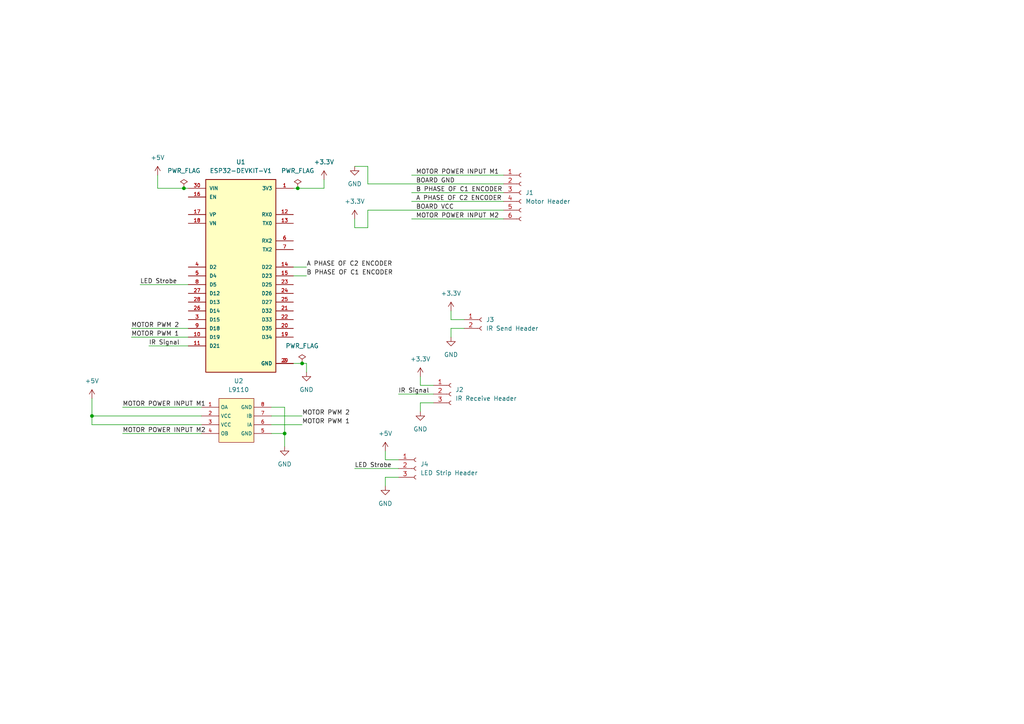
<source format=kicad_sch>
(kicad_sch (version 20230121) (generator eeschema)
  (paper "A4")
  (title_block (title "Main Board") (date "2023-07-08") (rev "0.1"))
  (lib_symbols
    (symbol "Connector:Conn_01x02_Socket" (pin_names (offset 1.016) hide)
      (property "Reference" "J" (at 0 2.54 0))
      (property "Value" "Conn_01x02_Socket" (at 0 -5.08 0))
      (symbol "Conn_01x02_Socket_1_1"
        (arc (start 0 -2.032) (mid -0.5058 -2.54) (end 0 -3.048) (stroke (width 0.1524)))
        (polyline (pts (xy -1.27 -2.54) (xy -0.508 -2.54)) (stroke (width 0.1524)))
        (polyline (pts (xy -1.27 0) (xy -0.508 0)) (stroke (width 0.1524)))
        (arc (start 0 0.508) (mid -0.5058 0) (end 0 -0.508) (stroke (width 0.1524)))
        (pin passive line (at -5.08 0 0) (length 3.81) (name "Pin_1") (number "1"))
        (pin passive line (at -5.08 -2.54 0) (length 3.81) (name "Pin_2") (number "2"))
      )
    )
    (symbol "Connector:Conn_01x03_Socket" (pin_names (offset 1.016) hide)
      (property "Reference" "J" (at 0 5.08 0))
      (property "Value" "Conn_01x03_Socket" (at 0 -5.08 0))
      (symbol "Conn_01x03_Socket_1_1"
        (arc (start 0 -2.032) (mid -0.5058 -2.54) (end 0 -3.048) (stroke (width 0.1524)))
        (polyline (pts (xy -1.27 -2.54) (xy -0.508 -2.54)) (stroke (width 0.1524)))
        (polyline (pts (xy -1.27 0) (xy -0.508 0)) (stroke (width 0.1524)))
        (polyline (pts (xy -1.27 2.54) (xy -0.508 2.54)) (stroke (width 0.1524)))
        (arc (start 0 0.508) (mid -0.5058 0) (end 0 -0.508) (stroke (width 0.1524)))
        (arc (start 0 3.048) (mid -0.5058 2.54) (end 0 2.032) (stroke (width 0.1524)))
        (pin passive line (at -5.08 2.54 0) (length 3.81) (name "Pin_1") (number "1"))
        (pin passive line (at -5.08 0 0) (length 3.81) (name "Pin_2") (number "2"))
        (pin passive line (at -5.08 -2.54 0) (length 3.81) (name "Pin_3") (number "3"))
      )
    )
    (symbol "Connector:Conn_01x06_Socket" (pin_names (offset 1.016) hide)
      (property "Reference" "J" (at 0 7.62 0))
      (property "Value" "Conn_01x06_Socket" (at 0 -10.16 0))
      (symbol "Conn_01x06_Socket_1_1"
        (arc (start 0 -7.112) (mid -0.5058 -7.62) (end 0 -8.128) (stroke (width 0.1524)))
        (arc (start 0 -4.572) (mid -0.5058 -5.08) (end 0 -5.588) (stroke (width 0.1524)))
        (arc (start 0 -2.032) (mid -0.5058 -2.54) (end 0 -3.048) (stroke (width 0.1524)))
        (polyline (pts (xy -1.27 -7.62) (xy -0.508 -7.62)) (stroke (width 0.1524)))
        (polyline (pts (xy -1.27 -5.08) (xy -0.508 -5.08)) (stroke (width 0.1524)))
        (polyline (pts (xy -1.27 -2.54) (xy -0.508 -2.54)) (stroke (width 0.1524)))
        (polyline (pts (xy -1.27 0) (xy -0.508 0)) (stroke (width 0.1524)))
        (polyline (pts (xy -1.27 2.54) (xy -0.508 2.54)) (stroke (width 0.1524)))
        (polyline (pts (xy -1.27 5.08) (xy -0.508 5.08)) (stroke (width 0.1524)))
        (arc (start 0 0.508) (mid -0.5058 0) (end 0 -0.508) (stroke (width 0.1524)))
        (arc (start 0 3.048) (mid -0.5058 2.54) (end 0 2.032) (stroke (width 0.1524)))
        (arc (start 0 5.588) (mid -0.5058 5.08) (end 0 4.572) (stroke (width 0.1524)))
        (pin passive line (at -5.08 5.08 0) (length 3.81) (name "Pin_1") (number "1"))
        (pin passive line (at -5.08 2.54 0) (length 3.81) (name "Pin_2") (number "2"))
        (pin passive line (at -5.08 0 0) (length 3.81) (name "Pin_3") (number "3"))
        (pin passive line (at -5.08 -2.54 0) (length 3.81) (name "Pin_4") (number "4"))
        (pin passive line (at -5.08 -5.08 0) (length 3.81) (name "Pin_5") (number "5"))
        (pin passive line (at -5.08 -7.62 0) (length 3.81) (name "Pin_6") (number "6"))
      )
    )
    (symbol "Driver_Motor:L9110"
      (property "Reference" "U" (at 0 0 0))
      (property "Value" "L9110" (at 0 -15.24 0))
      (symbol "L9110_1_0"
        (pin output line (at -10.16 -3.81 0) (length 5.08) (name "OA") (number "1"))
        (pin power_in line (at -10.16 -6.35 0) (length 5.08) (name "VCC") (number "2"))
        (pin power_in line (at -10.16 -8.89 0) (length 5.08) (name "VCC") (number "3"))
        (pin output line (at -10.16 -11.43 0) (length 5.08) (name "OB") (number "4"))
        (pin power_in line (at 10.16 -11.43 180) (length 5.08) (name "GND") (number "5"))
        (pin input line (at 10.16 -8.89 180) (length 5.08) (name "IA") (number "6"))
        (pin input line (at 10.16 -6.35 180) (length 5.08) (name "IB") (number "7"))
        (pin power_in line (at 10.16 -3.81 180) (length 5.08) (name "GND") (number "8"))
      )
      (symbol "L9110_1_1"
        (rectangle (start -5.08 -1.27) (end 5.08 -13.97) (fill (type background)))
      )
    )
    (symbol "ESP32-DEVKIT-V1:ESP32-DEVKIT-V1" (pin_names (offset 1.016))
      (property "Reference" "U" (at -10.16 30.48 0))
      (property "Value" "ESP32-DEVKIT-V1" (at -10.16 -30.48 0))
      (symbol "ESP32-DEVKIT-V1_0_0"
        (rectangle (start -10.16 -27.94) (end 10.16 27.94) (stroke (width 0.254)) (fill (type background)))
        (pin output line (at 15.24 25.4 180) (length 5.08) (name "3V3") (number "1"))
        (pin bidirectional line (at -15.24 -17.78 0) (length 5.08) (name "D19") (number "10"))
        (pin bidirectional line (at -15.24 -20.32 0) (length 5.08) (name "D21") (number "11"))
        (pin input line (at 15.24 17.78 180) (length 5.08) (name "RX0") (number "12"))
        (pin output line (at 15.24 15.24 180) (length 5.08) (name "TX0") (number "13"))
        (pin bidirectional line (at 15.24 2.54 180) (length 5.08) (name "D22") (number "14"))
        (pin bidirectional line (at 15.24 0 180) (length 5.08) (name "D23") (number "15"))
        (pin input line (at -15.24 22.86 0) (length 5.08) (name "EN") (number "16"))
        (pin bidirectional line (at -15.24 17.78 0) (length 5.08) (name "VP") (number "17"))
        (pin bidirectional line (at -15.24 15.24 0) (length 5.08) (name "VN") (number "18"))
        (pin bidirectional line (at 15.24 -17.78 180) (length 5.08) (name "D34") (number "19"))
        (pin power_in line (at 15.24 -25.4 180) (length 5.08) (name "GND") (number "2"))
        (pin bidirectional line (at 15.24 -15.24 180) (length 5.08) (name "D35") (number "20"))
        (pin bidirectional line (at 15.24 -10.16 180) (length 5.08) (name "D32") (number "21"))
        (pin bidirectional line (at 15.24 -12.7 180) (length 5.08) (name "D33") (number "22"))
        (pin bidirectional line (at 15.24 -2.54 180) (length 5.08) (name "D25") (number "23"))
        (pin bidirectional line (at 15.24 -5.08 180) (length 5.08) (name "D26") (number "24"))
        (pin bidirectional line (at 15.24 -7.62 180) (length 5.08) (name "D27") (number "25"))
        (pin bidirectional line (at -15.24 -10.16 0) (length 5.08) (name "D14") (number "26"))
        (pin bidirectional line (at -15.24 -5.08 0) (length 5.08) (name "D12") (number "27"))
        (pin bidirectional line (at -15.24 -7.62 0) (length 5.08) (name "D13") (number "28"))
        (pin power_in line (at 15.24 -25.4 180) (length 5.08) (name "GND") (number "29"))
        (pin bidirectional line (at -15.24 -12.7 0) (length 5.08) (name "D15") (number "3"))
        (pin input line (at -15.24 25.4 0) (length 5.08) (name "VIN") (number "30"))
        (pin bidirectional line (at -15.24 2.54 0) (length 5.08) (name "D2") (number "4"))
        (pin bidirectional line (at -15.24 0 0) (length 5.08) (name "D4") (number "5"))
        (pin input line (at 15.24 10.16 180) (length 5.08) (name "RX2") (number "6"))
        (pin output line (at 15.24 7.62 180) (length 5.08) (name "TX2") (number "7"))
        (pin bidirectional line (at -15.24 -2.54 0) (length 5.08) (name "D5") (number "8"))
        (pin bidirectional line (at -15.24 -15.24 0) (length 5.08) (name "D18") (number "9"))
      )
    )
    (symbol "power:+3.3V" (power) (pin_names (offset 0))
      (property "Value" "+3.3V" (at 0 3.556 0))
      (symbol "+3.3V_0_1"
        (polyline (pts (xy -0.762 1.27) (xy 0 2.54)))
        (polyline (pts (xy 0 0) (xy 0 2.54)))
        (polyline (pts (xy 0 2.54) (xy 0.762 1.27)))
      )
      (symbol "+3.3V_1_1"
        (pin power_in line (at 0 0 90) (length 0) hide (name "+3.3V") (number "1"))
      )
    )
    (symbol "power:+5V" (power) (pin_names (offset 0))
      (property "Value" "+5V" (at 0 3.556 0))
      (symbol "+5V_0_1"
        (polyline (pts (xy -0.762 1.27) (xy 0 2.54)))
        (polyline (pts (xy 0 0) (xy 0 2.54)))
        (polyline (pts (xy 0 2.54) (xy 0.762 1.27)))
      )
      (symbol "+5V_1_1"
        (pin power_in line (at 0 0 90) (length 0) hide (name "+5V") (number "1"))
      )
    )
    (symbol "power:GND" (power) (pin_names (offset 0))
      (property "Value" "GND" (at 0 -3.81 0))
      (symbol "GND_0_1"
        (polyline (pts (xy 0 0) (xy 0 -1.27) (xy 1.27 -1.27) (xy 0 -2.54) (xy -1.27 -1.27) (xy 0 -1.27)))
      )
      (symbol "GND_1_1"
        (pin power_in line (at 0 0 270) (length 0) hide (name "GND") (number "1"))
      )
    )
    (symbol "power:PWR_FLAG" (power) (pin_numbers hide) (pin_names (offset 0) hide)
      (property "Value" "PWR_FLAG" (at 0 3.81 0))
      (symbol "PWR_FLAG_0_0"
        (pin power_out line (at 0 0 90) (length 0) (name "pwr") (number "1"))
      )
      (symbol "PWR_FLAG_0_1"
        (polyline (pts (xy 0 0) (xy 0 1.27) (xy -1.016 1.905) (xy 0 2.54) (xy 1.016 1.905) (xy 0 1.27)))
      )
    )
  )
  (junction (at 82.55 125.73))
  (junction (at 26.67 120.65))
  (junction (at 86.36 54.61))
  (junction (at 53.34 54.61))
  (junction (at 87.63 105.41))
  (wire (pts (xy 82.55 125.73) (xy 82.55 129.54)))
  (wire (pts (xy 26.67 115.57) (xy 26.67 120.65)))
  (wire (pts (xy 82.55 118.11) (xy 82.55 125.73)))
  (wire (pts (xy 125.73 111.76) (xy 121.92 111.76)))
  (wire (pts (xy 38.1 95.25) (xy 54.61 95.25)))
  (wire (pts (xy 125.73 116.84) (xy 121.92 116.84)))
  (wire (pts (xy 106.68 66.04) (xy 102.87 66.04)))
  (wire (pts (xy 85.09 105.41) (xy 87.63 105.41)))
  (wire (pts (xy 45.72 50.8) (xy 45.72 54.61)))
  (wire (pts (xy 121.92 109.22) (xy 121.92 111.76)))
  (wire (pts (xy 26.67 123.19) (xy 26.67 120.65)))
  (wire (pts (xy 106.68 53.34) (xy 106.68 48.26)))
  (wire (pts (xy 88.9 105.41) (xy 88.9 107.95)))
  (wire (pts (xy 93.98 54.61) (xy 93.98 52.07)))
  (wire (pts (xy 106.68 53.34) (xy 146.05 53.34)))
  (wire (pts (xy 115.57 138.43) (xy 111.76 138.43)))
  (wire (pts (xy 85.09 77.47) (xy 88.9 77.47)))
  (wire (pts (xy 115.57 133.35) (xy 111.76 133.35)))
  (wire (pts (xy 115.57 114.3) (xy 125.73 114.3)))
  (wire (pts (xy 102.87 135.89) (xy 115.57 135.89)))
  (wire (pts (xy 106.68 48.26) (xy 102.87 48.26)))
  (wire (pts (xy 87.63 105.41) (xy 88.9 105.41)))
  (wire (pts (xy 106.68 66.04) (xy 106.68 60.96)))
  (wire (pts (xy 85.09 80.01) (xy 88.9 80.01)))
  (wire (pts (xy 35.56 125.73) (xy 58.42 125.73)))
  (wire (pts (xy 134.62 92.71) (xy 130.81 92.71)))
  (wire (pts (xy 119.38 55.88) (xy 146.05 55.88)))
  (wire (pts (xy 85.09 54.61) (xy 86.36 54.61)))
  (wire (pts (xy 119.38 58.42) (xy 146.05 58.42)))
  (wire (pts (xy 119.38 63.5) (xy 146.05 63.5)))
  (wire (pts (xy 111.76 138.43) (xy 111.76 140.97)))
  (wire (pts (xy 111.76 130.81) (xy 111.76 133.35)))
  (wire (pts (xy 38.1 97.79) (xy 54.61 97.79)))
  (wire (pts (xy 134.62 95.25) (xy 130.81 95.25)))
  (wire (pts (xy 78.74 120.65) (xy 87.63 120.65)))
  (wire (pts (xy 121.92 116.84) (xy 121.92 119.38)))
  (wire (pts (xy 54.61 54.61) (xy 53.34 54.61)))
  (wire (pts (xy 40.64 82.55) (xy 54.61 82.55)))
  (wire (pts (xy 119.38 50.8) (xy 146.05 50.8)))
  (wire (pts (xy 78.74 118.11) (xy 82.55 118.11)))
  (wire (pts (xy 43.18 100.33) (xy 54.61 100.33)))
  (wire (pts (xy 106.68 60.96) (xy 146.05 60.96)))
  (wire (pts (xy 102.87 63.5) (xy 102.87 66.04)))
  (wire (pts (xy 130.81 90.17) (xy 130.81 92.71)))
  (wire (pts (xy 86.36 54.61) (xy 93.98 54.61)))
  (wire (pts (xy 78.74 123.19) (xy 87.63 123.19)))
  (wire (pts (xy 35.56 118.11) (xy 58.42 118.11)))
  (wire (pts (xy 26.67 120.65) (xy 58.42 120.65)))
  (wire (pts (xy 78.74 125.73) (xy 82.55 125.73)))
  (wire (pts (xy 130.81 95.25) (xy 130.81 97.79)))
  (wire (pts (xy 26.67 123.19) (xy 58.42 123.19)))
  (wire (pts (xy 45.72 54.61) (xy 53.34 54.61)))
  (label "MOTOR PWM 1" (at 87.63 123.19 0))
  (label "LED Strobe" (at 40.64 82.55 0))
  (label "A PHASE OF C2 ENCODER" (at 88.9 77.47 0))
  (label "B PHASE OF C1 ENCODER" (at 88.9 80.01 0))
  (label "MOTOR PWM 2" (at 87.63 120.65 0))
  (label "MOTOR POWER INPUT M2" (at 120.65 63.5 0))
  (label "MOTOR PWM 1" (at 38.1 97.79 0))
  (label "MOTOR PWM 2" (at 38.1 95.25 0))
  (label "BOARD GND" (at 120.65 53.34 0))
  (label "B PHASE OF C1 ENCODER" (at 120.65 55.88 0))
  (label "MOTOR POWER INPUT M1 " (at 35.56 118.11 0))
  (label "IR Signal" (at 43.18 100.33 0))
  (label "MOTOR POWER INPUT M1 " (at 120.65 50.8 0))
  (label "LED Strobe" (at 102.87 135.89 0))
  (label "BOARD VCC" (at 120.65 60.96 0))
  (label "A PHASE OF C2 ENCODER" (at 120.65 58.42 0))
  (label "MOTOR POWER INPUT M2" (at 35.56 125.73 0))
  (label "IR Signal" (at 115.57 114.3 0))
  (symbol (lib_id "power:+3.3V") (at 121.92 109.22 0) (unit 1)
    (property "Reference" "#PWR011" (effects hide))
    (property "Value" "+3.3V" (at 121.92 104.14 0))
  )
  (symbol (lib_id "power:+5V") (at 45.72 50.8 0) (unit 1)
    (property "Reference" "#PWR08" (effects hide))
    (property "Value" "+5V" (at 45.72 45.72 0))
  )
  (symbol (lib_id "power:GND") (at 88.9 107.95 0) (unit 1)
    (property "Reference" "#PWR03" (effects hide))
    (property "Value" "GND" (at 88.9 113.03 0))
  )
  (symbol (lib_id "Connector:Conn_01x06_Socket") (at 151.13 55.88 0) (unit 1)
    (property "Reference" "J1" (at 152.4 55.88 0) (effects (justify left)))
    (property "Value" "Motor Header" (at 152.4 58.42 0) (effects (justify left)))
  )
  (symbol (lib_id "power:+3.3V") (at 102.87 63.5 0) (unit 1)
    (property "Reference" "#PWR05" (effects hide))
    (property "Value" "+3.3V" (at 102.87 58.42 0))
  )
  (symbol (lib_id "power:PWR_FLAG") (at 86.36 54.61 0) (unit 1)
    (property "Reference" "#FLG02" (effects hide))
    (property "Value" "PWR_FLAG" (at 86.36 49.53 0))
  )
  (symbol (lib_id "power:GND") (at 102.87 48.26 0) (unit 1)
    (property "Reference" "#PWR04" (effects hide))
    (property "Value" "GND" (at 102.87 53.34 0))
  )
  (symbol (lib_id "Connector:Conn_01x02_Socket") (at 139.7 92.71 0) (unit 1)
    (property "Reference" "J3" (at 140.97 92.71 0) (effects (justify left)))
    (property "Value" "IR Send Header" (at 140.97 95.25 0) (effects (justify left)))
  )
  (symbol (lib_id "power:GND") (at 121.92 119.38 0) (unit 1)
    (property "Reference" "#PWR013" (effects hide))
    (property "Value" "GND" (at 121.92 124.46 0))
  )
  (symbol (lib_id "power:GND") (at 82.55 129.54 0) (unit 1)
    (property "Reference" "#PWR02" (effects hide))
    (property "Value" "GND" (at 82.55 134.62 0))
  )
  (symbol (lib_id "power:GND") (at 130.81 97.79 0) (unit 1)
    (property "Reference" "#PWR012" (effects hide))
    (property "Value" "GND" (at 130.81 102.87 0))
  )
  (symbol (lib_id "power:+3.3V") (at 130.81 90.17 0) (unit 1)
    (property "Reference" "#PWR010" (effects hide))
    (property "Value" "+3.3V" (at 130.81 85.09 0))
  )
  (symbol (lib_id "power:+5V") (at 111.76 130.81 0) (unit 1)
    (property "Reference" "#PWR06" (effects hide))
    (property "Value" "+5V" (at 111.76 125.73 0))
  )
  (symbol (lib_id "power:PWR_FLAG") (at 53.34 54.61 0) (unit 1)
    (property "Reference" "#FLG01" (effects hide))
    (property "Value" "PWR_FLAG" (at 53.34 49.53 0))
  )
  (symbol (lib_id "power:+3.3V") (at 93.98 52.07 0) (unit 1)
    (property "Reference" "#PWR09" (effects hide))
    (property "Value" "+3.3V" (at 93.98 46.99 0))
  )
  (symbol (lib_id "ESP32-DEVKIT-V1:ESP32-DEVKIT-V1") (at 69.85 80.01 0) (unit 1)
    (property "Reference" "U1" (at 69.85 46.99 0))
    (property "Value" "ESP32-DEVKIT-V1" (at 69.85 49.53 0))
    (property "Footprint" "ESP32-DEVKIT-V1:MODULE_ESP32_DEVKIT_V1" (effects hide))
    (property "PARTREV" "N/A" (effects hide))
    (property "STANDARD" "Manufacturer Recommendations" (effects hide))
    (property "MAXIMUM_PACKAGE_HEIGHT" "6.8 mm" (effects hide))
    (property "MANUFACTURER" "DOIT" (effects hide))
  )
  (symbol (lib_id "power:PWR_FLAG") (at 87.63 105.41 0) (unit 1)
    (property "Reference" "#FLG03" (effects hide))
    (property "Value" "PWR_FLAG" (at 87.63 100.33 0))
  )
  (symbol (lib_id "Connector:Conn_01x03_Socket") (at 130.81 114.3 0) (unit 1)
    (property "Reference" "J2" (at 132.08 113.03 0) (effects (justify left)))
    (property "Value" "IR Receive Header" (at 132.08 115.57 0) (effects (justify left)))
  )
  (symbol (lib_id "power:GND") (at 111.76 140.97 0) (unit 1)
    (property "Reference" "#PWR07" (effects hide))
    (property "Value" "GND" (at 111.76 146.05 0))
  )
  (symbol (lib_id "Driver_Motor:L9110") (at 68.58 114.3 0) (unit 1)
    (property "Reference" "U2" (at 69.215 110.49 0))
    (property "Value" "L9110" (at 69.215 113.03 0))
    (property "Datasheet" "https://cdn-shop.adafruit.com/product-files/4489/4489_datasheet-l9110.pdf" (effects hide))
  )
  (symbol (lib_id "Connector:Conn_01x03_Socket") (at 120.65 135.89 0) (unit 1)
    (property "Reference" "J4" (at 121.92 134.62 0) (effects (justify left)))
    (property "Value" "LED Strip Header" (at 121.92 137.16 0) (effects (justify left)))
  )
  (symbol (lib_id "power:+5V") (at 26.67 115.57 0) (unit 1)
    (property "Reference" "#PWR01" (effects hide))
    (property "Value" "+5V" (at 26.67 110.49 0))
  )
)
</source>
